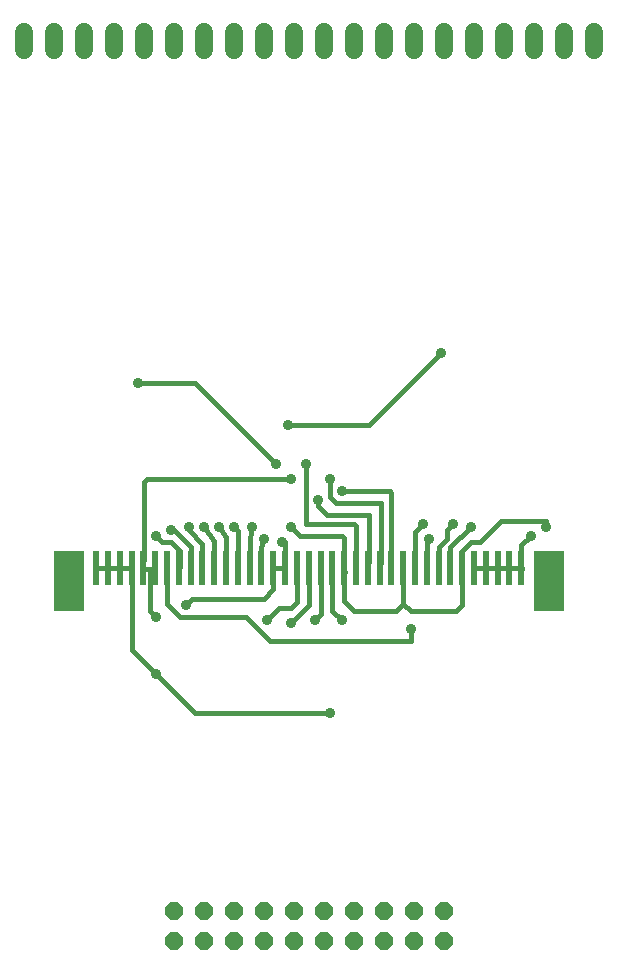
<source format=gbr>
G04 EAGLE Gerber RS-274X export*
G75*
%MOMM*%
%FSLAX34Y34*%
%LPD*%
%INBottom Copper*%
%IPPOS*%
%AMOC8*
5,1,8,0,0,1.08239X$1,22.5*%
G01*
%ADD10R,0.500000X3.000000*%
%ADD11R,2.540000X5.080000*%
%ADD12P,1.649562X8X202.500000*%
%ADD13C,1.524000*%
%ADD14C,0.406400*%
%ADD15C,0.906400*%


D10*
X0Y-65200D03*
X10000Y-65200D03*
X20000Y-65200D03*
X30000Y-65200D03*
X40000Y-65200D03*
X50000Y-65200D03*
X60000Y-65200D03*
X70000Y-65200D03*
X80000Y-65200D03*
X90000Y-65200D03*
X100000Y-65200D03*
X110000Y-65200D03*
X120000Y-65200D03*
X130000Y-65200D03*
X140000Y-65200D03*
X150000Y-65200D03*
X160000Y-65200D03*
X170000Y-65200D03*
X180000Y-65200D03*
X-10000Y-65200D03*
X-20000Y-65200D03*
X-30000Y-65200D03*
X-40000Y-65200D03*
X-50000Y-65200D03*
X-60000Y-65200D03*
X-70000Y-65200D03*
X-80000Y-65200D03*
X-90000Y-65200D03*
X-100000Y-65200D03*
X-110000Y-65200D03*
X-120000Y-65200D03*
X-130000Y-65200D03*
X-140000Y-65200D03*
X-150000Y-65200D03*
X-160000Y-65200D03*
X-170000Y-65200D03*
X-180000Y-65200D03*
D11*
X203200Y-76200D03*
X-203200Y-76200D03*
D12*
X114300Y-355600D03*
X114300Y-381000D03*
X88900Y-355600D03*
X88900Y-381000D03*
X63500Y-355600D03*
X63500Y-381000D03*
X38100Y-355600D03*
X38100Y-381000D03*
X12700Y-355600D03*
X12700Y-381000D03*
X-12700Y-355600D03*
X-12700Y-381000D03*
X-38100Y-355600D03*
X-38100Y-381000D03*
X-63500Y-355600D03*
X-63500Y-381000D03*
X-88900Y-355600D03*
X-88900Y-381000D03*
X-114300Y-355600D03*
X-114300Y-381000D03*
D13*
X241300Y373380D02*
X241300Y388620D01*
X215900Y388620D02*
X215900Y373380D01*
X190500Y373380D02*
X190500Y388620D01*
X165100Y388620D02*
X165100Y373380D01*
X139700Y373380D02*
X139700Y388620D01*
X114300Y388620D02*
X114300Y373380D01*
X88900Y373380D02*
X88900Y388620D01*
X63500Y388620D02*
X63500Y373380D01*
X38100Y373380D02*
X38100Y388620D01*
X12700Y388620D02*
X12700Y373380D01*
X-12700Y373380D02*
X-12700Y388620D01*
X-38100Y388620D02*
X-38100Y373380D01*
X-63500Y373380D02*
X-63500Y388620D01*
X-88900Y388620D02*
X-88900Y373380D01*
X-114300Y373380D02*
X-114300Y388620D01*
X-139700Y388620D02*
X-139700Y373380D01*
X-165100Y373380D02*
X-165100Y388620D01*
X-190500Y388620D02*
X-190500Y373380D01*
X-215900Y373380D02*
X-215900Y388620D01*
X-241300Y388620D02*
X-241300Y373380D01*
D14*
X-30000Y-65200D02*
X-20000Y-65200D01*
X-150000Y-65200D02*
X-160000Y-65200D01*
X-170000Y-65200D01*
X-180000Y-65200D01*
X-144780Y91440D02*
X-96520Y91440D01*
X-27940Y22860D01*
X-150000Y-65200D02*
X-150000Y-134620D01*
X-129680Y-154940D02*
X-129540Y-154940D01*
X-129680Y-154940D02*
X-150000Y-134620D01*
X-96520Y-187960D02*
X17780Y-187960D01*
X-96520Y-187960D02*
X-129540Y-154940D01*
X160000Y-66020D02*
X160002Y-66028D01*
X160006Y-66034D01*
X160012Y-66038D01*
X160020Y-66040D01*
X160000Y-66020D02*
X160000Y-65200D01*
X160860Y-65200D02*
X170000Y-65200D01*
X160860Y-65200D02*
X160805Y-65202D01*
X160750Y-65207D01*
X160696Y-65216D01*
X160643Y-65229D01*
X160590Y-65245D01*
X160539Y-65264D01*
X160488Y-65287D01*
X160440Y-65313D01*
X160393Y-65342D01*
X160349Y-65374D01*
X160306Y-65408D01*
X160266Y-65446D01*
X160228Y-65486D01*
X160194Y-65529D01*
X160162Y-65573D01*
X160133Y-65620D01*
X160107Y-65668D01*
X160084Y-65719D01*
X160065Y-65770D01*
X160049Y-65823D01*
X160036Y-65876D01*
X160027Y-65930D01*
X160022Y-65985D01*
X160020Y-66040D01*
X150000Y-65900D02*
X149998Y-65922D01*
X149993Y-65943D01*
X149985Y-65964D01*
X149973Y-65982D01*
X149959Y-65999D01*
X149942Y-66013D01*
X149924Y-66025D01*
X149903Y-66033D01*
X149882Y-66038D01*
X149860Y-66040D01*
X150000Y-65900D02*
X150000Y-65200D01*
X149020Y-65200D02*
X140000Y-65200D01*
X149020Y-65200D02*
X149075Y-65202D01*
X149130Y-65207D01*
X149184Y-65216D01*
X149237Y-65229D01*
X149290Y-65245D01*
X149341Y-65264D01*
X149392Y-65287D01*
X149440Y-65313D01*
X149487Y-65342D01*
X149531Y-65374D01*
X149574Y-65408D01*
X149614Y-65446D01*
X149652Y-65486D01*
X149686Y-65529D01*
X149718Y-65573D01*
X149747Y-65620D01*
X149773Y-65668D01*
X149796Y-65719D01*
X149815Y-65770D01*
X149831Y-65823D01*
X149844Y-65876D01*
X149853Y-65930D01*
X149858Y-65985D01*
X149860Y-66040D01*
X160000Y-65200D02*
X160020Y-65200D01*
X150000Y-65200D01*
X160020Y-65200D02*
X160020Y-66040D01*
X170000Y-65200D02*
X180000Y-65200D01*
X180340Y-65200D01*
X180340Y-66040D01*
X180000Y-65200D02*
X180000Y-46060D01*
X187960Y-38100D01*
X-20000Y-65200D02*
X-20320Y-65200D01*
X-20320Y-43180D02*
X-22860Y-43180D01*
X-20320Y-43180D02*
X-20320Y-65200D01*
X-30000Y-65200D02*
X-30000Y-83340D01*
X-38100Y-91440D01*
X-99060Y-91440D01*
X-104140Y-96520D01*
D15*
X-144780Y91440D03*
X-27940Y22860D03*
X-129540Y-154940D03*
X17780Y-187960D03*
X187960Y-38100D03*
X-22860Y-43180D03*
X-104140Y-96520D03*
D14*
X-120000Y-95900D02*
X-120000Y-65200D01*
X-120000Y-95900D02*
X-109220Y-106680D01*
X-53340Y-106680D01*
X86360Y-116840D02*
X86360Y-127000D01*
X-33020Y-127000D01*
X-53340Y-106680D01*
D15*
X86360Y-116840D03*
D14*
X-110000Y-67800D02*
X-110000Y-65200D01*
X-124460Y-43180D02*
X-129540Y-38100D01*
X-124460Y-43180D02*
X-116840Y-43180D01*
X-109220Y-50800D01*
X-109220Y-64420D02*
X-110000Y-65200D01*
X-109220Y-64420D02*
X-109220Y-50800D01*
D15*
X-129540Y-38100D03*
D14*
X-100000Y-47320D02*
X-100000Y-65200D01*
X-114300Y-33020D02*
X-116840Y-33020D01*
X-114300Y-33020D02*
X-100000Y-47320D01*
D15*
X-116840Y-33020D03*
D14*
X-90000Y-44620D02*
X-90000Y-65200D01*
X-101600Y-33020D02*
X-101600Y-30480D01*
X-101600Y-33020D02*
X-90000Y-44620D01*
D15*
X-101600Y-30480D03*
D14*
X-80000Y-41920D02*
X-80000Y-65200D01*
X-80000Y-41920D02*
X-88900Y-30480D01*
D15*
X-88900Y-30480D03*
D14*
X-70000Y-39220D02*
X-70000Y-65200D01*
X-70000Y-39220D02*
X-76200Y-30480D01*
D15*
X-76200Y-30480D03*
D14*
X-60000Y-33980D02*
X-60000Y-65200D01*
X-60000Y-33980D02*
X-63500Y-30480D01*
D15*
X-63500Y-30480D03*
D14*
X-50000Y-39840D02*
X-50000Y-65200D01*
X-50000Y-39840D02*
X-48260Y-30480D01*
D15*
X-48260Y-30480D03*
D14*
X-40000Y-47620D02*
X-40000Y-65200D01*
X-40000Y-47620D02*
X-38100Y-40640D01*
D15*
X-38100Y-40640D03*
D14*
X120000Y-47640D02*
X120000Y-65200D01*
X120000Y-47640D02*
X137160Y-30480D01*
D15*
X137160Y-30480D03*
D14*
X100000Y-39700D02*
X100000Y-65200D01*
X101600Y-40640D02*
X100000Y-39700D01*
D15*
X101600Y-40640D03*
D14*
X90000Y-34460D02*
X90000Y-65200D01*
X90000Y-34460D02*
X96520Y-27940D01*
D15*
X96520Y-27940D03*
D14*
X110000Y-47480D02*
X110000Y-65200D01*
X110000Y-47480D02*
X116840Y-40640D01*
X116840Y-33020D01*
X121920Y-27940D01*
D15*
X121920Y-27940D03*
D14*
X70000Y-1420D02*
X70000Y-65200D01*
X68580Y0D02*
X27940Y0D01*
X68580Y0D02*
X70000Y-1420D01*
D15*
X27940Y0D03*
D14*
X22860Y-10160D02*
X60960Y-10160D01*
X22860Y-10160D02*
X17780Y-5080D01*
X17780Y10160D01*
X60960Y-10160D02*
X60960Y-58420D01*
X60000Y-65200D01*
D15*
X17780Y10160D03*
D14*
X50800Y-56680D02*
X50000Y-65200D01*
X7620Y-12700D02*
X7620Y-7620D01*
X7620Y-12700D02*
X15240Y-20320D01*
X50800Y-20320D01*
X50800Y-56680D01*
D15*
X7620Y-7620D03*
D14*
X40000Y-29840D02*
X40000Y-65200D01*
X-2540Y-27940D02*
X-2540Y22860D01*
X-2540Y-27940D02*
X38100Y-27940D01*
X40000Y-29840D01*
D15*
X-2540Y22860D03*
D14*
X-10000Y-65200D02*
X-10000Y-93820D01*
X-15240Y-99060D01*
X-25400Y-99060D01*
X-35560Y-109220D01*
D15*
X-35560Y-109220D03*
D14*
X20000Y-101280D02*
X20000Y-65200D01*
X20000Y-101280D02*
X27940Y-109220D01*
D15*
X27940Y-109220D03*
D14*
X10000Y-104300D02*
X10000Y-65200D01*
X10000Y-104300D02*
X5080Y-109220D01*
D15*
X5080Y-109220D03*
D14*
X0Y-96520D02*
X0Y-65200D01*
X0Y-96520D02*
X-15240Y-111760D01*
D15*
X-15240Y-111760D03*
D14*
X-17780Y55880D02*
X50800Y55880D01*
X111760Y116840D01*
D15*
X-17780Y55880D03*
X111760Y116840D03*
D14*
X30000Y-65200D02*
X30000Y-93500D01*
X38100Y-101600D01*
X80000Y-95260D02*
X80000Y-65200D01*
X80000Y-95260D02*
X73660Y-101600D01*
X38100Y-101600D01*
X130000Y-96060D02*
X130000Y-65200D01*
X130000Y-96060D02*
X124460Y-101600D01*
X80020Y-95260D02*
X80000Y-95260D01*
X86360Y-101600D02*
X124460Y-101600D01*
X86360Y-101600D02*
X80020Y-95260D01*
X-140000Y-65200D02*
X-139700Y-53040D01*
X-139700Y7620D01*
X-137160Y10160D01*
X-15240Y10160D01*
X30000Y-65200D02*
X30000Y-68100D01*
X30480Y-68580D01*
X-129540Y-106680D02*
X-134620Y-101600D01*
X-139700Y-66040D02*
X-139700Y-65500D01*
X-140000Y-65200D01*
X-139700Y-66040D02*
X-134620Y-66040D01*
X-130840Y-66040D01*
X-130000Y-65200D01*
X-134620Y-66040D02*
X-134620Y-101600D01*
X130000Y-65200D02*
X130000Y-50340D01*
X137160Y-43180D01*
X144780Y-43180D01*
X162560Y-25400D01*
X200660Y-25400D01*
X200660Y-30480D01*
X30000Y-40160D02*
X30000Y-65200D01*
X30000Y-40160D02*
X27940Y-38100D01*
X-7620Y-38100D01*
X-15240Y-30480D01*
D15*
X-15240Y10160D03*
X-129540Y-106680D03*
X200660Y-30480D03*
X-15240Y-30480D03*
M02*

</source>
